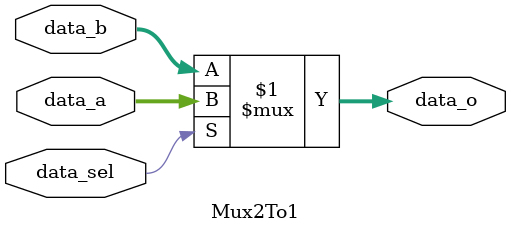
<source format=v>
`timescale 1ns / 1ps


module Mux2To1#(
    parameter   WIDTH = 16
)
(
 input  data_sel,
 input  [WIDTH-1:0] data_a,
 input  [WIDTH-1:0] data_b,
 output [WIDTH-1:0] data_o
);

assign data_o = data_sel ? data_a : data_b;
endmodule

</source>
